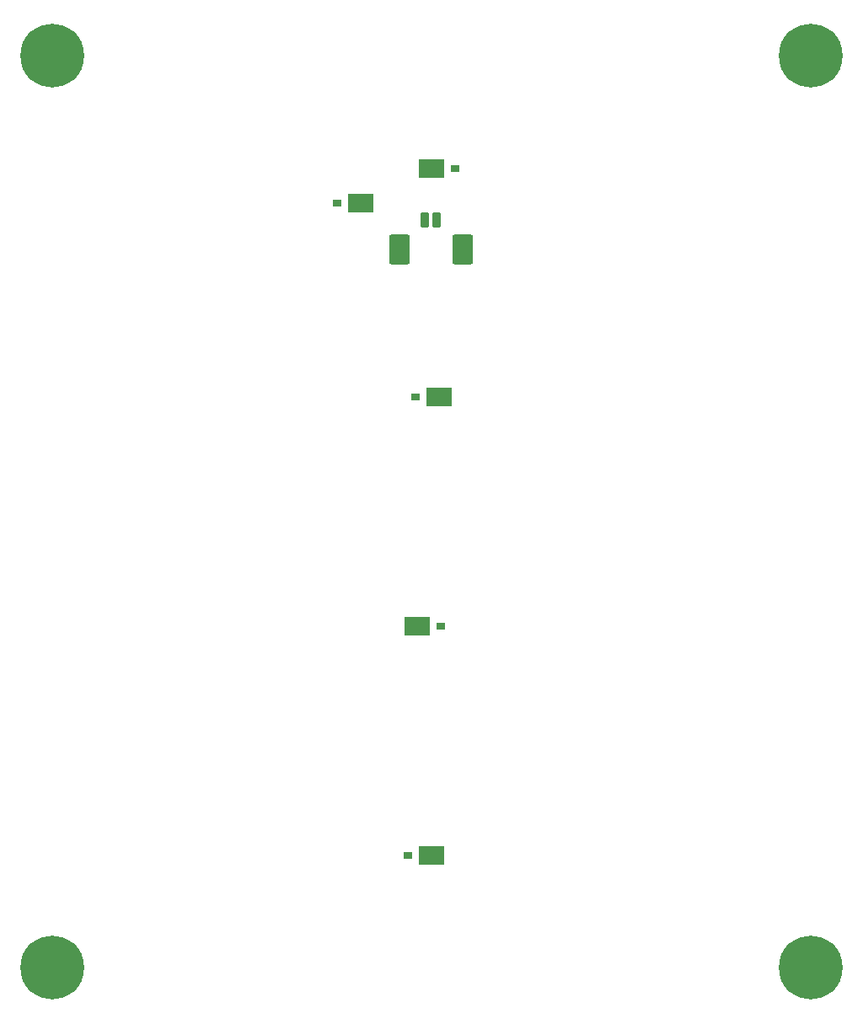
<source format=gbr>
%TF.GenerationSoftware,KiCad,Pcbnew,9.0.0-rc3*%
%TF.CreationDate,2025-06-30T09:22:31-05:00*%
%TF.ProjectId,pv_panel,70765f70-616e-4656-9c2e-6b696361645f,rev?*%
%TF.SameCoordinates,Original*%
%TF.FileFunction,Soldermask,Bot*%
%TF.FilePolarity,Negative*%
%FSLAX46Y46*%
G04 Gerber Fmt 4.6, Leading zero omitted, Abs format (unit mm)*
G04 Created by KiCad (PCBNEW 9.0.0-rc3) date 2025-06-30 09:22:31*
%MOMM*%
%LPD*%
G01*
G04 APERTURE LIST*
G04 Aperture macros list*
%AMRoundRect*
0 Rectangle with rounded corners*
0 $1 Rounding radius*
0 $2 $3 $4 $5 $6 $7 $8 $9 X,Y pos of 4 corners*
0 Add a 4 corners polygon primitive as box body*
4,1,4,$2,$3,$4,$5,$6,$7,$8,$9,$2,$3,0*
0 Add four circle primitives for the rounded corners*
1,1,$1+$1,$2,$3*
1,1,$1+$1,$4,$5*
1,1,$1+$1,$6,$7*
1,1,$1+$1,$8,$9*
0 Add four rect primitives between the rounded corners*
20,1,$1+$1,$2,$3,$4,$5,0*
20,1,$1+$1,$4,$5,$6,$7,0*
20,1,$1+$1,$6,$7,$8,$9,0*
20,1,$1+$1,$8,$9,$2,$3,0*%
G04 Aperture macros list end*
%ADD10C,0.800000*%
%ADD11C,6.400000*%
%ADD12R,0.838200X0.660400*%
%ADD13R,2.641600X1.955800*%
%ADD14RoundRect,0.200000X0.200000X0.600000X-0.200000X0.600000X-0.200000X-0.600000X0.200000X-0.600000X0*%
%ADD15RoundRect,0.250001X0.799999X1.249999X-0.799999X1.249999X-0.799999X-1.249999X0.799999X-1.249999X0*%
G04 APERTURE END LIST*
D10*
%TO.C,H1*%
X106100000Y-42100000D03*
X106802944Y-40402944D03*
X106802944Y-43797056D03*
X108500000Y-39700000D03*
D11*
X108500000Y-42100000D03*
D10*
X108500000Y-44500000D03*
X110197056Y-40402944D03*
X110197056Y-43797056D03*
X110900000Y-42100000D03*
%TD*%
%TO.C,H4*%
X182300000Y-133700000D03*
X183002944Y-132002944D03*
X183002944Y-135397056D03*
X184700000Y-131300000D03*
D11*
X184700000Y-133700000D03*
D10*
X184700000Y-136100000D03*
X186397056Y-132002944D03*
X186397056Y-135397056D03*
X187100000Y-133700000D03*
%TD*%
%TO.C,H3*%
X106100000Y-133700000D03*
X106802944Y-132002944D03*
X106802944Y-135397056D03*
X108500000Y-131300000D03*
D11*
X108500000Y-133700000D03*
D10*
X108500000Y-136100000D03*
X110197056Y-132002944D03*
X110197056Y-135397056D03*
X110900000Y-133700000D03*
%TD*%
%TO.C,H2*%
X182300000Y-42100000D03*
X183002944Y-40402944D03*
X183002944Y-43797056D03*
X184700000Y-39700000D03*
D11*
X184700000Y-42100000D03*
D10*
X184700000Y-44500000D03*
X186397056Y-40402944D03*
X186397056Y-43797056D03*
X187100000Y-42100000D03*
%TD*%
D12*
%TO.C,CR3*%
X147502000Y-99400000D03*
D13*
X145111800Y-99400000D03*
%TD*%
D12*
%TO.C,CR2*%
X144953900Y-76400000D03*
D13*
X147344100Y-76400000D03*
%TD*%
D12*
%TO.C,CR1*%
X148990200Y-53400000D03*
D13*
X146600000Y-53400000D03*
%TD*%
D12*
%TO.C,CR0*%
X137109800Y-56900000D03*
D13*
X139500000Y-56900000D03*
%TD*%
D14*
%TO.C,J1*%
X147125000Y-58600000D03*
X145875000Y-58600000D03*
D15*
X149675000Y-61500000D03*
X143325000Y-61500000D03*
%TD*%
D12*
%TO.C,CR4*%
X144209800Y-122400000D03*
D13*
X146600000Y-122400000D03*
%TD*%
M02*

</source>
